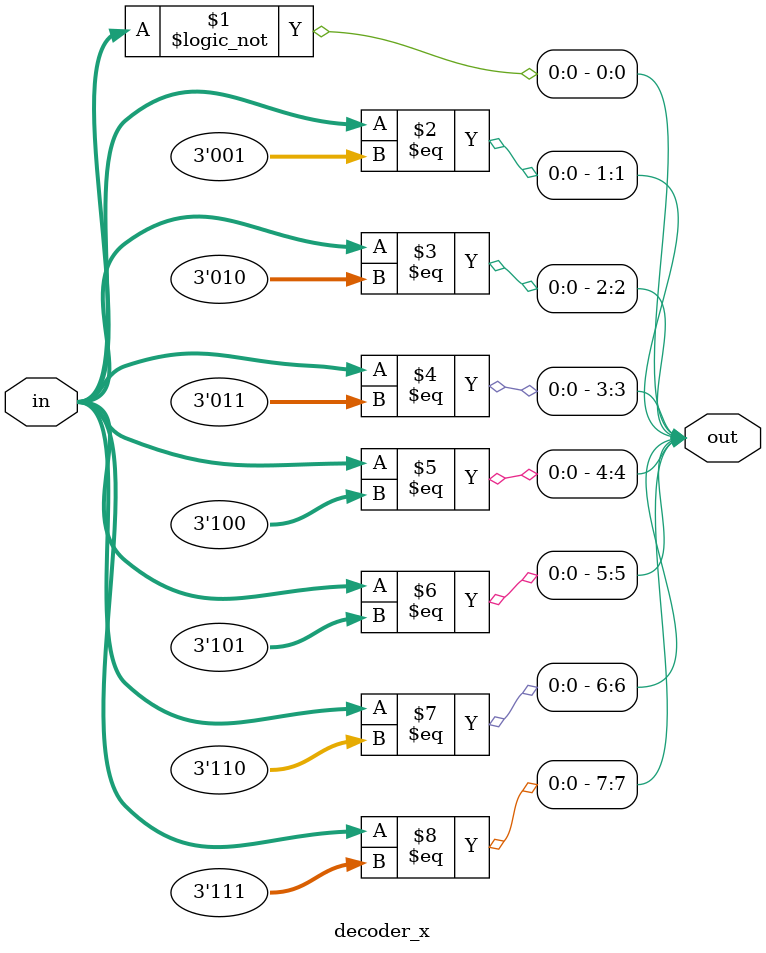
<source format=v>
module decoder_2_4(
    input  wire [ 1:0] in,
    output wire [ 3:0] out
);

genvar i;
generate for (i=0; i<4; i=i+1) begin : gen_for_dec_2_4
    assign out[i] = (in == i);
end endgenerate

endmodule

module decoder_3_8(
    input  wire [ 2:0] in,
    output wire [ 7:0] out
);

genvar i;
generate for (i=0; i<8; i=i+1) begin : gen_for_dec_3_8
    assign out[i] = (in == i);
end endgenerate

endmodule


module decoder_4_16(
    input  wire [ 3:0] in,
    output wire [15:0] out
);

genvar i;
generate for (i=0; i<16; i=i+1) begin : gen_for_dec_4_16
    assign out[i] = (in == i);
end endgenerate

endmodule


module decoder_5_32(
    input  wire [ 4:0] in,
    output wire [31:0] out
);

genvar i;
generate for (i=0; i<32; i=i+1) begin : gen_for_dec_5_32
    assign out[i] = (in == i);
end endgenerate

endmodule


module decoder_6_64(
    input  wire [ 5:0] in,
    output wire [63:0] out
);

genvar i;
generate for (i=0; i<64; i=i+1) begin : gen_for_dec_6_64
    assign out[i] = (in == i);
end endgenerate

endmodule

module decoder_x #(
    parameter width = 3
)(
    input  wire [       width - 1 : 0] in,
    output wire [(1 << width) - 1 : 0] out
);

    parameter o_width = 1 << width;
    genvar i;
    generate
        for (i = 0; i < o_width; i = i + 1) begin : gen_for_dec_x
            assign out[i] = (in == i);
        end
    endgenerate

endmodule

</source>
